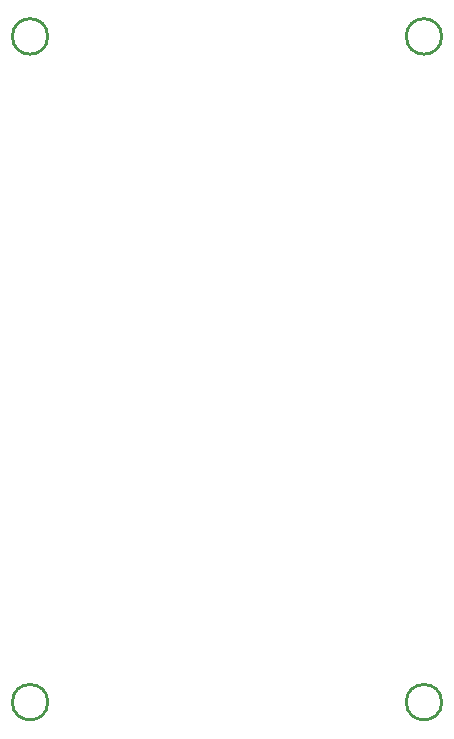
<source format=gko>
G04*
G04 #@! TF.GenerationSoftware,Altium Limited,Altium Designer,19.0.4 (130)*
G04*
G04 Layer_Color=16711935*
%FSTAX24Y24*%
%MOIN*%
G70*
G01*
G75*
%ADD12C,0.0100*%
D12*
X052382Y04267D02*
G03*
X052382Y04267I-000591J0D01*
G01*
X039252D02*
G03*
X039252Y04267I-000591J0D01*
G01*
Y02048D02*
G03*
X039252Y02048I-000591J0D01*
G01*
X052382D02*
G03*
X052382Y02048I-000591J0D01*
G01*
M02*

</source>
